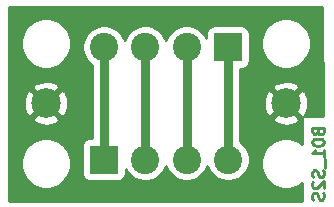
<source format=gbr>
G04 #@! TF.GenerationSoftware,KiCad,Pcbnew,5.1.5-52549c5~86~ubuntu18.04.1*
G04 #@! TF.CreationDate,2020-09-05T13:09:40-05:00*
G04 #@! TF.ProjectId,B01,4230312e-6b69-4636-9164-5f7063625858,rev?*
G04 #@! TF.SameCoordinates,Original*
G04 #@! TF.FileFunction,Copper,L2,Bot*
G04 #@! TF.FilePolarity,Positive*
%FSLAX46Y46*%
G04 Gerber Fmt 4.6, Leading zero omitted, Abs format (unit mm)*
G04 Created by KiCad (PCBNEW 5.1.5-52549c5~86~ubuntu18.04.1) date 2020-09-05 13:09:40*
%MOMM*%
%LPD*%
G04 APERTURE LIST*
%ADD10C,0.250000*%
%ADD11C,2.400000*%
%ADD12R,2.400000X2.400000*%
%ADD13C,2.499360*%
%ADD14C,0.750000*%
%ADD15C,0.254000*%
G04 APERTURE END LIST*
D10*
X46816971Y-31269323D02*
X46864590Y-31412180D01*
X46912209Y-31459800D01*
X47007447Y-31507419D01*
X47150304Y-31507419D01*
X47245542Y-31459800D01*
X47293161Y-31412180D01*
X47340780Y-31316942D01*
X47340780Y-30935990D01*
X46340780Y-30935990D01*
X46340780Y-31269323D01*
X46388400Y-31364561D01*
X46436019Y-31412180D01*
X46531257Y-31459800D01*
X46626495Y-31459800D01*
X46721733Y-31412180D01*
X46769352Y-31364561D01*
X46816971Y-31269323D01*
X46816971Y-30935990D01*
X46340780Y-32126466D02*
X46340780Y-32221704D01*
X46388400Y-32316942D01*
X46436019Y-32364561D01*
X46531257Y-32412180D01*
X46721733Y-32459800D01*
X46959828Y-32459800D01*
X47150304Y-32412180D01*
X47245542Y-32364561D01*
X47293161Y-32316942D01*
X47340780Y-32221704D01*
X47340780Y-32126466D01*
X47293161Y-32031228D01*
X47245542Y-31983609D01*
X47150304Y-31935990D01*
X46959828Y-31888371D01*
X46721733Y-31888371D01*
X46531257Y-31935990D01*
X46436019Y-31983609D01*
X46388400Y-32031228D01*
X46340780Y-32126466D01*
X47340780Y-33412180D02*
X47340780Y-32840752D01*
X47340780Y-33126466D02*
X46340780Y-33126466D01*
X46483638Y-33031228D01*
X46578876Y-32935990D01*
X46626495Y-32840752D01*
X47436019Y-33602657D02*
X47436019Y-34364561D01*
X47293161Y-34555038D02*
X47340780Y-34697895D01*
X47340780Y-34935990D01*
X47293161Y-35031228D01*
X47245542Y-35078847D01*
X47150304Y-35126466D01*
X47055066Y-35126466D01*
X46959828Y-35078847D01*
X46912209Y-35031228D01*
X46864590Y-34935990D01*
X46816971Y-34745514D01*
X46769352Y-34650276D01*
X46721733Y-34602657D01*
X46626495Y-34555038D01*
X46531257Y-34555038D01*
X46436019Y-34602657D01*
X46388400Y-34650276D01*
X46340780Y-34745514D01*
X46340780Y-34983609D01*
X46388400Y-35126466D01*
X46436019Y-35507419D02*
X46388400Y-35555038D01*
X46340780Y-35650276D01*
X46340780Y-35888371D01*
X46388400Y-35983609D01*
X46436019Y-36031228D01*
X46531257Y-36078847D01*
X46626495Y-36078847D01*
X46769352Y-36031228D01*
X47340780Y-35459800D01*
X47340780Y-36078847D01*
X47293161Y-36459800D02*
X47340780Y-36602657D01*
X47340780Y-36840752D01*
X47293161Y-36935990D01*
X47245542Y-36983609D01*
X47150304Y-37031228D01*
X47055066Y-37031228D01*
X46959828Y-36983609D01*
X46912209Y-36935990D01*
X46864590Y-36840752D01*
X46816971Y-36650276D01*
X46769352Y-36555038D01*
X46721733Y-36507419D01*
X46626495Y-36459800D01*
X46531257Y-36459800D01*
X46436019Y-36507419D01*
X46388400Y-36555038D01*
X46340780Y-36650276D01*
X46340780Y-36888371D01*
X46388400Y-37031228D01*
D11*
X28720000Y-24130000D03*
X32220000Y-24130000D03*
X35720000Y-24130000D03*
D12*
X39220000Y-24130000D03*
D11*
X39220000Y-33650000D03*
X35720000Y-33650000D03*
X32220000Y-33650000D03*
D12*
X28720000Y-33650000D03*
D13*
X44130000Y-28890000D03*
X23810000Y-28890000D03*
D14*
X39220000Y-26080000D02*
X39220000Y-33650000D01*
X39220000Y-24130000D02*
X39220000Y-26080000D01*
X35720000Y-25827056D02*
X35720000Y-33650000D01*
X35720000Y-24130000D02*
X35720000Y-25827056D01*
X32220000Y-25827056D02*
X32220000Y-33650000D01*
X32220000Y-24130000D02*
X32220000Y-25827056D01*
X28720000Y-25827056D02*
X28720000Y-33650000D01*
X28720000Y-24130000D02*
X28720000Y-25827056D01*
D15*
G36*
X47280001Y-29845411D02*
G01*
X47280001Y-29937895D01*
X45641182Y-29937895D01*
X45733315Y-29897896D01*
X45899139Y-29565738D01*
X45996975Y-29207613D01*
X46023065Y-28837281D01*
X45976405Y-28468975D01*
X45858789Y-28116849D01*
X45733315Y-27882104D01*
X45443377Y-27756229D01*
X44309605Y-28890000D01*
X45443377Y-30023771D01*
X45470900Y-30011822D01*
X45470900Y-32298218D01*
X45141302Y-32077988D01*
X44752756Y-31917047D01*
X44340279Y-31835000D01*
X43919721Y-31835000D01*
X43507244Y-31917047D01*
X43118698Y-32077988D01*
X42769017Y-32311637D01*
X42471637Y-32609017D01*
X42237988Y-32958698D01*
X42077047Y-33347244D01*
X41995000Y-33759721D01*
X41995000Y-34180279D01*
X42077047Y-34592756D01*
X42237988Y-34981302D01*
X42471637Y-35330983D01*
X42769017Y-35628363D01*
X43118698Y-35862012D01*
X43507244Y-36022953D01*
X43919721Y-36105000D01*
X44340279Y-36105000D01*
X44752756Y-36022953D01*
X45141302Y-35862012D01*
X45470900Y-35641782D01*
X45470900Y-37120000D01*
X20726400Y-37120000D01*
X20726400Y-33759721D01*
X21675000Y-33759721D01*
X21675000Y-34180279D01*
X21757047Y-34592756D01*
X21917988Y-34981302D01*
X22151637Y-35330983D01*
X22449017Y-35628363D01*
X22798698Y-35862012D01*
X23187244Y-36022953D01*
X23599721Y-36105000D01*
X24020279Y-36105000D01*
X24432756Y-36022953D01*
X24821302Y-35862012D01*
X25170983Y-35628363D01*
X25468363Y-35330983D01*
X25702012Y-34981302D01*
X25862953Y-34592756D01*
X25945000Y-34180279D01*
X25945000Y-33759721D01*
X25862953Y-33347244D01*
X25702012Y-32958698D01*
X25468363Y-32609017D01*
X25309346Y-32450000D01*
X26881928Y-32450000D01*
X26881928Y-34850000D01*
X26894188Y-34974482D01*
X26930498Y-35094180D01*
X26989463Y-35204494D01*
X27068815Y-35301185D01*
X27165506Y-35380537D01*
X27275820Y-35439502D01*
X27395518Y-35475812D01*
X27520000Y-35488072D01*
X29920000Y-35488072D01*
X30044482Y-35475812D01*
X30164180Y-35439502D01*
X30274494Y-35380537D01*
X30371185Y-35301185D01*
X30450537Y-35204494D01*
X30509502Y-35094180D01*
X30545812Y-34974482D01*
X30558072Y-34850000D01*
X30558072Y-34432838D01*
X30593844Y-34519199D01*
X30794662Y-34819744D01*
X31050256Y-35075338D01*
X31350801Y-35276156D01*
X31684750Y-35414482D01*
X32039268Y-35485000D01*
X32400732Y-35485000D01*
X32755250Y-35414482D01*
X33089199Y-35276156D01*
X33389744Y-35075338D01*
X33645338Y-34819744D01*
X33846156Y-34519199D01*
X33970000Y-34220213D01*
X34093844Y-34519199D01*
X34294662Y-34819744D01*
X34550256Y-35075338D01*
X34850801Y-35276156D01*
X35184750Y-35414482D01*
X35539268Y-35485000D01*
X35900732Y-35485000D01*
X36255250Y-35414482D01*
X36589199Y-35276156D01*
X36889744Y-35075338D01*
X37145338Y-34819744D01*
X37346156Y-34519199D01*
X37470000Y-34220213D01*
X37593844Y-34519199D01*
X37794662Y-34819744D01*
X38050256Y-35075338D01*
X38350801Y-35276156D01*
X38684750Y-35414482D01*
X39039268Y-35485000D01*
X39400732Y-35485000D01*
X39755250Y-35414482D01*
X40089199Y-35276156D01*
X40389744Y-35075338D01*
X40645338Y-34819744D01*
X40846156Y-34519199D01*
X40984482Y-34185250D01*
X41055000Y-33830732D01*
X41055000Y-33469268D01*
X40984482Y-33114750D01*
X40846156Y-32780801D01*
X40645338Y-32480256D01*
X40389744Y-32224662D01*
X40230000Y-32117924D01*
X40230000Y-30203377D01*
X42996229Y-30203377D01*
X43122104Y-30493315D01*
X43454262Y-30659139D01*
X43812387Y-30756975D01*
X44182719Y-30783065D01*
X44551025Y-30736405D01*
X44903151Y-30618789D01*
X45137896Y-30493315D01*
X45263771Y-30203377D01*
X44130000Y-29069605D01*
X42996229Y-30203377D01*
X40230000Y-30203377D01*
X40230000Y-28942719D01*
X42236935Y-28942719D01*
X42283595Y-29311025D01*
X42401211Y-29663151D01*
X42526685Y-29897896D01*
X42816623Y-30023771D01*
X43950395Y-28890000D01*
X42816623Y-27756229D01*
X42526685Y-27882104D01*
X42360861Y-28214262D01*
X42263025Y-28572387D01*
X42236935Y-28942719D01*
X40230000Y-28942719D01*
X40230000Y-27576623D01*
X42996229Y-27576623D01*
X44130000Y-28710395D01*
X45263771Y-27576623D01*
X45137896Y-27286685D01*
X44805738Y-27120861D01*
X44447613Y-27023025D01*
X44077281Y-26996935D01*
X43708975Y-27043595D01*
X43356849Y-27161211D01*
X43122104Y-27286685D01*
X42996229Y-27576623D01*
X40230000Y-27576623D01*
X40230000Y-25968072D01*
X40420000Y-25968072D01*
X40544482Y-25955812D01*
X40664180Y-25919502D01*
X40774494Y-25860537D01*
X40871185Y-25781185D01*
X40950537Y-25684494D01*
X41009502Y-25574180D01*
X41045812Y-25454482D01*
X41058072Y-25330000D01*
X41058072Y-23599721D01*
X41995000Y-23599721D01*
X41995000Y-24020279D01*
X42077047Y-24432756D01*
X42237988Y-24821302D01*
X42471637Y-25170983D01*
X42769017Y-25468363D01*
X43118698Y-25702012D01*
X43507244Y-25862953D01*
X43919721Y-25945000D01*
X44340279Y-25945000D01*
X44752756Y-25862953D01*
X45141302Y-25702012D01*
X45490983Y-25468363D01*
X45788363Y-25170983D01*
X46022012Y-24821302D01*
X46182953Y-24432756D01*
X46265000Y-24020279D01*
X46265000Y-23599721D01*
X46182953Y-23187244D01*
X46022012Y-22798698D01*
X45788363Y-22449017D01*
X45490983Y-22151637D01*
X45141302Y-21917988D01*
X44752756Y-21757047D01*
X44340279Y-21675000D01*
X43919721Y-21675000D01*
X43507244Y-21757047D01*
X43118698Y-21917988D01*
X42769017Y-22151637D01*
X42471637Y-22449017D01*
X42237988Y-22798698D01*
X42077047Y-23187244D01*
X41995000Y-23599721D01*
X41058072Y-23599721D01*
X41058072Y-22930000D01*
X41045812Y-22805518D01*
X41009502Y-22685820D01*
X40950537Y-22575506D01*
X40871185Y-22478815D01*
X40774494Y-22399463D01*
X40664180Y-22340498D01*
X40544482Y-22304188D01*
X40420000Y-22291928D01*
X38020000Y-22291928D01*
X37895518Y-22304188D01*
X37775820Y-22340498D01*
X37665506Y-22399463D01*
X37568815Y-22478815D01*
X37489463Y-22575506D01*
X37430498Y-22685820D01*
X37394188Y-22805518D01*
X37381928Y-22930000D01*
X37381928Y-23347162D01*
X37346156Y-23260801D01*
X37145338Y-22960256D01*
X36889744Y-22704662D01*
X36589199Y-22503844D01*
X36255250Y-22365518D01*
X35900732Y-22295000D01*
X35539268Y-22295000D01*
X35184750Y-22365518D01*
X34850801Y-22503844D01*
X34550256Y-22704662D01*
X34294662Y-22960256D01*
X34093844Y-23260801D01*
X33970000Y-23559787D01*
X33846156Y-23260801D01*
X33645338Y-22960256D01*
X33389744Y-22704662D01*
X33089199Y-22503844D01*
X32755250Y-22365518D01*
X32400732Y-22295000D01*
X32039268Y-22295000D01*
X31684750Y-22365518D01*
X31350801Y-22503844D01*
X31050256Y-22704662D01*
X30794662Y-22960256D01*
X30593844Y-23260801D01*
X30470000Y-23559787D01*
X30346156Y-23260801D01*
X30145338Y-22960256D01*
X29889744Y-22704662D01*
X29589199Y-22503844D01*
X29255250Y-22365518D01*
X28900732Y-22295000D01*
X28539268Y-22295000D01*
X28184750Y-22365518D01*
X27850801Y-22503844D01*
X27550256Y-22704662D01*
X27294662Y-22960256D01*
X27093844Y-23260801D01*
X26955518Y-23594750D01*
X26885000Y-23949268D01*
X26885000Y-24310732D01*
X26955518Y-24665250D01*
X27093844Y-24999199D01*
X27294662Y-25299744D01*
X27550256Y-25555338D01*
X27710001Y-25662076D01*
X27710001Y-25777439D01*
X27710000Y-25777449D01*
X27710001Y-31811928D01*
X27520000Y-31811928D01*
X27395518Y-31824188D01*
X27275820Y-31860498D01*
X27165506Y-31919463D01*
X27068815Y-31998815D01*
X26989463Y-32095506D01*
X26930498Y-32205820D01*
X26894188Y-32325518D01*
X26881928Y-32450000D01*
X25309346Y-32450000D01*
X25170983Y-32311637D01*
X24821302Y-32077988D01*
X24432756Y-31917047D01*
X24020279Y-31835000D01*
X23599721Y-31835000D01*
X23187244Y-31917047D01*
X22798698Y-32077988D01*
X22449017Y-32311637D01*
X22151637Y-32609017D01*
X21917988Y-32958698D01*
X21757047Y-33347244D01*
X21675000Y-33759721D01*
X20726400Y-33759721D01*
X20726400Y-30203377D01*
X22676229Y-30203377D01*
X22802104Y-30493315D01*
X23134262Y-30659139D01*
X23492387Y-30756975D01*
X23862719Y-30783065D01*
X24231025Y-30736405D01*
X24583151Y-30618789D01*
X24817896Y-30493315D01*
X24943771Y-30203377D01*
X23810000Y-29069605D01*
X22676229Y-30203377D01*
X20726400Y-30203377D01*
X20726400Y-28942719D01*
X21916935Y-28942719D01*
X21963595Y-29311025D01*
X22081211Y-29663151D01*
X22206685Y-29897896D01*
X22496623Y-30023771D01*
X23630395Y-28890000D01*
X23989605Y-28890000D01*
X25123377Y-30023771D01*
X25413315Y-29897896D01*
X25579139Y-29565738D01*
X25676975Y-29207613D01*
X25703065Y-28837281D01*
X25656405Y-28468975D01*
X25538789Y-28116849D01*
X25413315Y-27882104D01*
X25123377Y-27756229D01*
X23989605Y-28890000D01*
X23630395Y-28890000D01*
X22496623Y-27756229D01*
X22206685Y-27882104D01*
X22040861Y-28214262D01*
X21943025Y-28572387D01*
X21916935Y-28942719D01*
X20726400Y-28942719D01*
X20726400Y-27576623D01*
X22676229Y-27576623D01*
X23810000Y-28710395D01*
X24943771Y-27576623D01*
X24817896Y-27286685D01*
X24485738Y-27120861D01*
X24127613Y-27023025D01*
X23757281Y-26996935D01*
X23388975Y-27043595D01*
X23036849Y-27161211D01*
X22802104Y-27286685D01*
X22676229Y-27576623D01*
X20726400Y-27576623D01*
X20726400Y-23599721D01*
X21675000Y-23599721D01*
X21675000Y-24020279D01*
X21757047Y-24432756D01*
X21917988Y-24821302D01*
X22151637Y-25170983D01*
X22449017Y-25468363D01*
X22798698Y-25702012D01*
X23187244Y-25862953D01*
X23599721Y-25945000D01*
X24020279Y-25945000D01*
X24432756Y-25862953D01*
X24821302Y-25702012D01*
X25170983Y-25468363D01*
X25468363Y-25170983D01*
X25702012Y-24821302D01*
X25862953Y-24432756D01*
X25945000Y-24020279D01*
X25945000Y-23599721D01*
X25862953Y-23187244D01*
X25702012Y-22798698D01*
X25468363Y-22449017D01*
X25170983Y-22151637D01*
X24821302Y-21917988D01*
X24432756Y-21757047D01*
X24020279Y-21675000D01*
X23599721Y-21675000D01*
X23187244Y-21757047D01*
X22798698Y-21917988D01*
X22449017Y-22151637D01*
X22151637Y-22449017D01*
X21917988Y-22798698D01*
X21757047Y-23187244D01*
X21675000Y-23599721D01*
X20726400Y-23599721D01*
X20726400Y-20701000D01*
X47169327Y-20701000D01*
X47280001Y-29845411D01*
G37*
X47280001Y-29845411D02*
X47280001Y-29937895D01*
X45641182Y-29937895D01*
X45733315Y-29897896D01*
X45899139Y-29565738D01*
X45996975Y-29207613D01*
X46023065Y-28837281D01*
X45976405Y-28468975D01*
X45858789Y-28116849D01*
X45733315Y-27882104D01*
X45443377Y-27756229D01*
X44309605Y-28890000D01*
X45443377Y-30023771D01*
X45470900Y-30011822D01*
X45470900Y-32298218D01*
X45141302Y-32077988D01*
X44752756Y-31917047D01*
X44340279Y-31835000D01*
X43919721Y-31835000D01*
X43507244Y-31917047D01*
X43118698Y-32077988D01*
X42769017Y-32311637D01*
X42471637Y-32609017D01*
X42237988Y-32958698D01*
X42077047Y-33347244D01*
X41995000Y-33759721D01*
X41995000Y-34180279D01*
X42077047Y-34592756D01*
X42237988Y-34981302D01*
X42471637Y-35330983D01*
X42769017Y-35628363D01*
X43118698Y-35862012D01*
X43507244Y-36022953D01*
X43919721Y-36105000D01*
X44340279Y-36105000D01*
X44752756Y-36022953D01*
X45141302Y-35862012D01*
X45470900Y-35641782D01*
X45470900Y-37120000D01*
X20726400Y-37120000D01*
X20726400Y-33759721D01*
X21675000Y-33759721D01*
X21675000Y-34180279D01*
X21757047Y-34592756D01*
X21917988Y-34981302D01*
X22151637Y-35330983D01*
X22449017Y-35628363D01*
X22798698Y-35862012D01*
X23187244Y-36022953D01*
X23599721Y-36105000D01*
X24020279Y-36105000D01*
X24432756Y-36022953D01*
X24821302Y-35862012D01*
X25170983Y-35628363D01*
X25468363Y-35330983D01*
X25702012Y-34981302D01*
X25862953Y-34592756D01*
X25945000Y-34180279D01*
X25945000Y-33759721D01*
X25862953Y-33347244D01*
X25702012Y-32958698D01*
X25468363Y-32609017D01*
X25309346Y-32450000D01*
X26881928Y-32450000D01*
X26881928Y-34850000D01*
X26894188Y-34974482D01*
X26930498Y-35094180D01*
X26989463Y-35204494D01*
X27068815Y-35301185D01*
X27165506Y-35380537D01*
X27275820Y-35439502D01*
X27395518Y-35475812D01*
X27520000Y-35488072D01*
X29920000Y-35488072D01*
X30044482Y-35475812D01*
X30164180Y-35439502D01*
X30274494Y-35380537D01*
X30371185Y-35301185D01*
X30450537Y-35204494D01*
X30509502Y-35094180D01*
X30545812Y-34974482D01*
X30558072Y-34850000D01*
X30558072Y-34432838D01*
X30593844Y-34519199D01*
X30794662Y-34819744D01*
X31050256Y-35075338D01*
X31350801Y-35276156D01*
X31684750Y-35414482D01*
X32039268Y-35485000D01*
X32400732Y-35485000D01*
X32755250Y-35414482D01*
X33089199Y-35276156D01*
X33389744Y-35075338D01*
X33645338Y-34819744D01*
X33846156Y-34519199D01*
X33970000Y-34220213D01*
X34093844Y-34519199D01*
X34294662Y-34819744D01*
X34550256Y-35075338D01*
X34850801Y-35276156D01*
X35184750Y-35414482D01*
X35539268Y-35485000D01*
X35900732Y-35485000D01*
X36255250Y-35414482D01*
X36589199Y-35276156D01*
X36889744Y-35075338D01*
X37145338Y-34819744D01*
X37346156Y-34519199D01*
X37470000Y-34220213D01*
X37593844Y-34519199D01*
X37794662Y-34819744D01*
X38050256Y-35075338D01*
X38350801Y-35276156D01*
X38684750Y-35414482D01*
X39039268Y-35485000D01*
X39400732Y-35485000D01*
X39755250Y-35414482D01*
X40089199Y-35276156D01*
X40389744Y-35075338D01*
X40645338Y-34819744D01*
X40846156Y-34519199D01*
X40984482Y-34185250D01*
X41055000Y-33830732D01*
X41055000Y-33469268D01*
X40984482Y-33114750D01*
X40846156Y-32780801D01*
X40645338Y-32480256D01*
X40389744Y-32224662D01*
X40230000Y-32117924D01*
X40230000Y-30203377D01*
X42996229Y-30203377D01*
X43122104Y-30493315D01*
X43454262Y-30659139D01*
X43812387Y-30756975D01*
X44182719Y-30783065D01*
X44551025Y-30736405D01*
X44903151Y-30618789D01*
X45137896Y-30493315D01*
X45263771Y-30203377D01*
X44130000Y-29069605D01*
X42996229Y-30203377D01*
X40230000Y-30203377D01*
X40230000Y-28942719D01*
X42236935Y-28942719D01*
X42283595Y-29311025D01*
X42401211Y-29663151D01*
X42526685Y-29897896D01*
X42816623Y-30023771D01*
X43950395Y-28890000D01*
X42816623Y-27756229D01*
X42526685Y-27882104D01*
X42360861Y-28214262D01*
X42263025Y-28572387D01*
X42236935Y-28942719D01*
X40230000Y-28942719D01*
X40230000Y-27576623D01*
X42996229Y-27576623D01*
X44130000Y-28710395D01*
X45263771Y-27576623D01*
X45137896Y-27286685D01*
X44805738Y-27120861D01*
X44447613Y-27023025D01*
X44077281Y-26996935D01*
X43708975Y-27043595D01*
X43356849Y-27161211D01*
X43122104Y-27286685D01*
X42996229Y-27576623D01*
X40230000Y-27576623D01*
X40230000Y-25968072D01*
X40420000Y-25968072D01*
X40544482Y-25955812D01*
X40664180Y-25919502D01*
X40774494Y-25860537D01*
X40871185Y-25781185D01*
X40950537Y-25684494D01*
X41009502Y-25574180D01*
X41045812Y-25454482D01*
X41058072Y-25330000D01*
X41058072Y-23599721D01*
X41995000Y-23599721D01*
X41995000Y-24020279D01*
X42077047Y-24432756D01*
X42237988Y-24821302D01*
X42471637Y-25170983D01*
X42769017Y-25468363D01*
X43118698Y-25702012D01*
X43507244Y-25862953D01*
X43919721Y-25945000D01*
X44340279Y-25945000D01*
X44752756Y-25862953D01*
X45141302Y-25702012D01*
X45490983Y-25468363D01*
X45788363Y-25170983D01*
X46022012Y-24821302D01*
X46182953Y-24432756D01*
X46265000Y-24020279D01*
X46265000Y-23599721D01*
X46182953Y-23187244D01*
X46022012Y-22798698D01*
X45788363Y-22449017D01*
X45490983Y-22151637D01*
X45141302Y-21917988D01*
X44752756Y-21757047D01*
X44340279Y-21675000D01*
X43919721Y-21675000D01*
X43507244Y-21757047D01*
X43118698Y-21917988D01*
X42769017Y-22151637D01*
X42471637Y-22449017D01*
X42237988Y-22798698D01*
X42077047Y-23187244D01*
X41995000Y-23599721D01*
X41058072Y-23599721D01*
X41058072Y-22930000D01*
X41045812Y-22805518D01*
X41009502Y-22685820D01*
X40950537Y-22575506D01*
X40871185Y-22478815D01*
X40774494Y-22399463D01*
X40664180Y-22340498D01*
X40544482Y-22304188D01*
X40420000Y-22291928D01*
X38020000Y-22291928D01*
X37895518Y-22304188D01*
X37775820Y-22340498D01*
X37665506Y-22399463D01*
X37568815Y-22478815D01*
X37489463Y-22575506D01*
X37430498Y-22685820D01*
X37394188Y-22805518D01*
X37381928Y-22930000D01*
X37381928Y-23347162D01*
X37346156Y-23260801D01*
X37145338Y-22960256D01*
X36889744Y-22704662D01*
X36589199Y-22503844D01*
X36255250Y-22365518D01*
X35900732Y-22295000D01*
X35539268Y-22295000D01*
X35184750Y-22365518D01*
X34850801Y-22503844D01*
X34550256Y-22704662D01*
X34294662Y-22960256D01*
X34093844Y-23260801D01*
X33970000Y-23559787D01*
X33846156Y-23260801D01*
X33645338Y-22960256D01*
X33389744Y-22704662D01*
X33089199Y-22503844D01*
X32755250Y-22365518D01*
X32400732Y-22295000D01*
X32039268Y-22295000D01*
X31684750Y-22365518D01*
X31350801Y-22503844D01*
X31050256Y-22704662D01*
X30794662Y-22960256D01*
X30593844Y-23260801D01*
X30470000Y-23559787D01*
X30346156Y-23260801D01*
X30145338Y-22960256D01*
X29889744Y-22704662D01*
X29589199Y-22503844D01*
X29255250Y-22365518D01*
X28900732Y-22295000D01*
X28539268Y-22295000D01*
X28184750Y-22365518D01*
X27850801Y-22503844D01*
X27550256Y-22704662D01*
X27294662Y-22960256D01*
X27093844Y-23260801D01*
X26955518Y-23594750D01*
X26885000Y-23949268D01*
X26885000Y-24310732D01*
X26955518Y-24665250D01*
X27093844Y-24999199D01*
X27294662Y-25299744D01*
X27550256Y-25555338D01*
X27710001Y-25662076D01*
X27710001Y-25777439D01*
X27710000Y-25777449D01*
X27710001Y-31811928D01*
X27520000Y-31811928D01*
X27395518Y-31824188D01*
X27275820Y-31860498D01*
X27165506Y-31919463D01*
X27068815Y-31998815D01*
X26989463Y-32095506D01*
X26930498Y-32205820D01*
X26894188Y-32325518D01*
X26881928Y-32450000D01*
X25309346Y-32450000D01*
X25170983Y-32311637D01*
X24821302Y-32077988D01*
X24432756Y-31917047D01*
X24020279Y-31835000D01*
X23599721Y-31835000D01*
X23187244Y-31917047D01*
X22798698Y-32077988D01*
X22449017Y-32311637D01*
X22151637Y-32609017D01*
X21917988Y-32958698D01*
X21757047Y-33347244D01*
X21675000Y-33759721D01*
X20726400Y-33759721D01*
X20726400Y-30203377D01*
X22676229Y-30203377D01*
X22802104Y-30493315D01*
X23134262Y-30659139D01*
X23492387Y-30756975D01*
X23862719Y-30783065D01*
X24231025Y-30736405D01*
X24583151Y-30618789D01*
X24817896Y-30493315D01*
X24943771Y-30203377D01*
X23810000Y-29069605D01*
X22676229Y-30203377D01*
X20726400Y-30203377D01*
X20726400Y-28942719D01*
X21916935Y-28942719D01*
X21963595Y-29311025D01*
X22081211Y-29663151D01*
X22206685Y-29897896D01*
X22496623Y-30023771D01*
X23630395Y-28890000D01*
X23989605Y-28890000D01*
X25123377Y-30023771D01*
X25413315Y-29897896D01*
X25579139Y-29565738D01*
X25676975Y-29207613D01*
X25703065Y-28837281D01*
X25656405Y-28468975D01*
X25538789Y-28116849D01*
X25413315Y-27882104D01*
X25123377Y-27756229D01*
X23989605Y-28890000D01*
X23630395Y-28890000D01*
X22496623Y-27756229D01*
X22206685Y-27882104D01*
X22040861Y-28214262D01*
X21943025Y-28572387D01*
X21916935Y-28942719D01*
X20726400Y-28942719D01*
X20726400Y-27576623D01*
X22676229Y-27576623D01*
X23810000Y-28710395D01*
X24943771Y-27576623D01*
X24817896Y-27286685D01*
X24485738Y-27120861D01*
X24127613Y-27023025D01*
X23757281Y-26996935D01*
X23388975Y-27043595D01*
X23036849Y-27161211D01*
X22802104Y-27286685D01*
X22676229Y-27576623D01*
X20726400Y-27576623D01*
X20726400Y-23599721D01*
X21675000Y-23599721D01*
X21675000Y-24020279D01*
X21757047Y-24432756D01*
X21917988Y-24821302D01*
X22151637Y-25170983D01*
X22449017Y-25468363D01*
X22798698Y-25702012D01*
X23187244Y-25862953D01*
X23599721Y-25945000D01*
X24020279Y-25945000D01*
X24432756Y-25862953D01*
X24821302Y-25702012D01*
X25170983Y-25468363D01*
X25468363Y-25170983D01*
X25702012Y-24821302D01*
X25862953Y-24432756D01*
X25945000Y-24020279D01*
X25945000Y-23599721D01*
X25862953Y-23187244D01*
X25702012Y-22798698D01*
X25468363Y-22449017D01*
X25170983Y-22151637D01*
X24821302Y-21917988D01*
X24432756Y-21757047D01*
X24020279Y-21675000D01*
X23599721Y-21675000D01*
X23187244Y-21757047D01*
X22798698Y-21917988D01*
X22449017Y-22151637D01*
X22151637Y-22449017D01*
X21917988Y-22798698D01*
X21757047Y-23187244D01*
X21675000Y-23599721D01*
X20726400Y-23599721D01*
X20726400Y-20701000D01*
X47169327Y-20701000D01*
X47280001Y-29845411D01*
M02*

</source>
